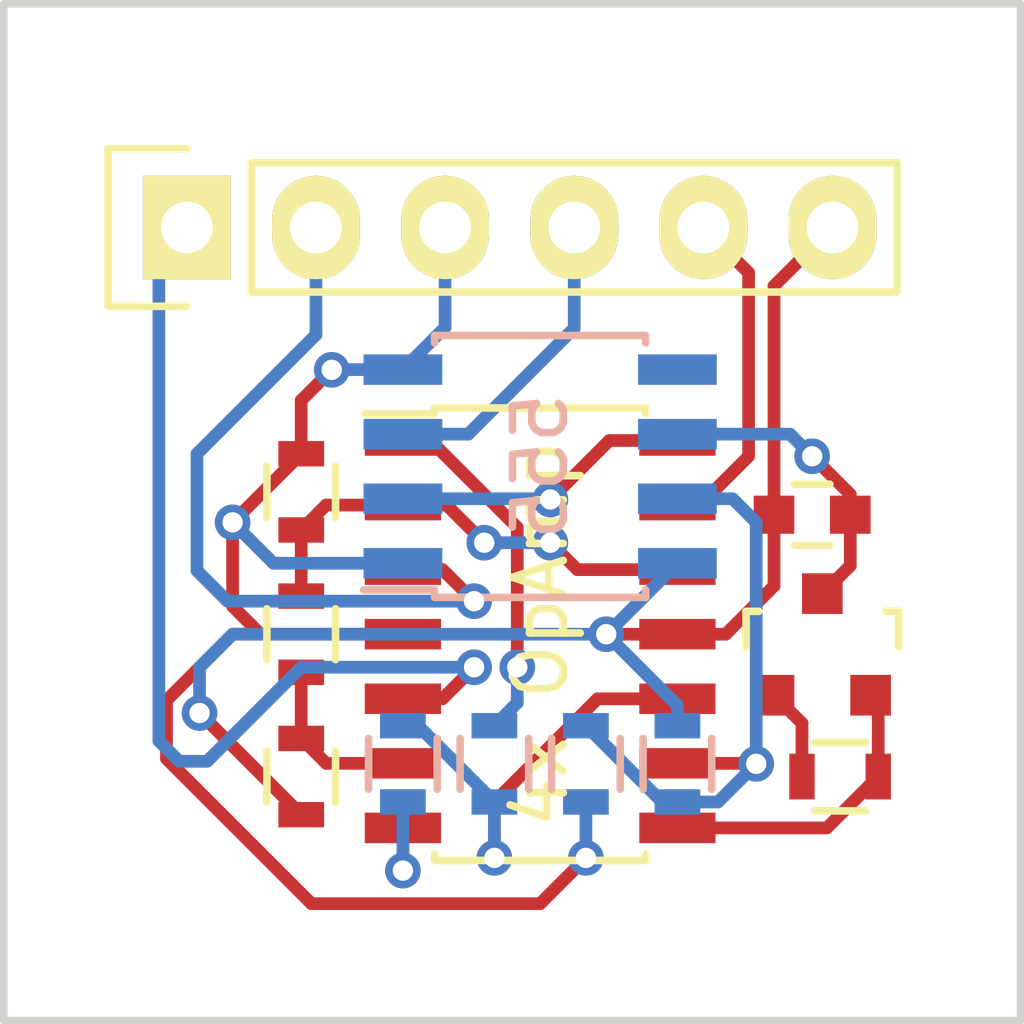
<source format=kicad_pcb>
(kicad_pcb (version 4) (host pcbnew 4.0.1-stable)

  (general
    (links 0)
    (no_connects 0)
    (area 122.719763 62.800713 149.380237 88.425001)
    (thickness 1.6)
    (drawings 4)
    (tracks 124)
    (zones 0)
    (modules 13)
    (nets 1)
  )

  (page A4)
  (layers
    (0 F.Cu signal)
    (31 B.Cu signal)
    (32 B.Adhes user)
    (33 F.Adhes user)
    (34 B.Paste user)
    (35 F.Paste user)
    (36 B.SilkS user)
    (37 F.SilkS user)
    (38 B.Mask user)
    (39 F.Mask user)
    (40 Dwgs.User user)
    (41 Cmts.User user)
    (42 Eco1.User user)
    (43 Eco2.User user)
    (44 Edge.Cuts user)
    (45 Margin user)
    (46 B.CrtYd user)
    (47 F.CrtYd user)
    (48 B.Fab user)
    (49 F.Fab user)
  )

  (setup
    (last_trace_width 0.25)
    (trace_clearance 0.16)
    (zone_clearance 0.508)
    (zone_45_only no)
    (trace_min 0.2)
    (segment_width 0.2)
    (edge_width 0.15)
    (via_size 0.7)
    (via_drill 0.4)
    (via_min_size 0.4)
    (via_min_drill 0.3)
    (uvia_size 0.3)
    (uvia_drill 0.1)
    (uvias_allowed no)
    (uvia_min_size 0.2)
    (uvia_min_drill 0.1)
    (pcb_text_width 0.3)
    (pcb_text_size 1.5 1.5)
    (mod_edge_width 0.15)
    (mod_text_size 1 1)
    (mod_text_width 0.15)
    (pad_size 1.524 1.524)
    (pad_drill 0.762)
    (pad_to_mask_clearance 0.2)
    (aux_axis_origin 0 0)
    (visible_elements 7FFFFF7F)
    (pcbplotparams
      (layerselection 0x00020_00000000)
      (usegerberextensions false)
      (excludeedgelayer true)
      (linewidth 0.100000)
      (plotframeref false)
      (viasonmask false)
      (mode 1)
      (useauxorigin false)
      (hpglpennumber 1)
      (hpglpenspeed 20)
      (hpglpendiameter 15)
      (hpglpenoverlay 2)
      (psnegative false)
      (psa4output false)
      (plotreference true)
      (plotvalue true)
      (plotinvisibletext false)
      (padsonsilk false)
      (subtractmaskfromsilk false)
      (outputformat 1)
      (mirror false)
      (drillshape 0)
      (scaleselection 1)
      (outputdirectory Gerbers/))
  )

  (net 0 "")

  (net_class Default "This is the default net class."
    (clearance 0.16)
    (trace_width 0.25)
    (via_dia 0.7)
    (via_drill 0.4)
    (uvia_dia 0.3)
    (uvia_drill 0.1)
  )

  (module Resistors_SMD:R_0603 (layer B.Cu) (tedit 56C283E0) (tstamp 56C2844E)
    (at 136.95 83.3 270)
    (descr "Resistor SMD 0603, reflow soldering, Vishay (see dcrcw.pdf)")
    (tags "resistor 0603")
    (attr smd)
    (fp_text reference REF** (at 0 1.9 270) (layer B.SilkS) hide
      (effects (font (size 1 1) (thickness 0.15)) (justify mirror))
    )
    (fp_text value R_0603 (at 0 -1.9 270) (layer B.Fab) hide
      (effects (font (size 1 1) (thickness 0.15)) (justify mirror))
    )
    (fp_line (start -1.3 0.8) (end 1.3 0.8) (layer B.CrtYd) (width 0.05))
    (fp_line (start -1.3 -0.8) (end 1.3 -0.8) (layer B.CrtYd) (width 0.05))
    (fp_line (start -1.3 0.8) (end -1.3 -0.8) (layer B.CrtYd) (width 0.05))
    (fp_line (start 1.3 0.8) (end 1.3 -0.8) (layer B.CrtYd) (width 0.05))
    (fp_line (start 0.5 -0.675) (end -0.5 -0.675) (layer B.SilkS) (width 0.15))
    (fp_line (start -0.5 0.675) (end 0.5 0.675) (layer B.SilkS) (width 0.15))
    (pad 1 smd rect (at -0.75 0 270) (size 0.5 0.9) (layers B.Cu B.Paste B.Mask))
    (pad 2 smd rect (at 0.75 0 270) (size 0.5 0.9) (layers B.Cu B.Paste B.Mask))
    (model Resistors_SMD.3dshapes/R_0603.wrl
      (at (xyz 0 0 0))
      (scale (xyz 1 1 1))
      (rotate (xyz 0 0 0))
    )
  )

  (module Resistors_SMD:R_0603 (layer B.Cu) (tedit 56C283E0) (tstamp 56C28459)
    (at 138.75 83.3 270)
    (descr "Resistor SMD 0603, reflow soldering, Vishay (see dcrcw.pdf)")
    (tags "resistor 0603")
    (attr smd)
    (fp_text reference REF** (at 0 1.9 270) (layer B.SilkS) hide
      (effects (font (size 1 1) (thickness 0.15)) (justify mirror))
    )
    (fp_text value R_0603 (at 0 -1.9 270) (layer B.Fab) hide
      (effects (font (size 1 1) (thickness 0.15)) (justify mirror))
    )
    (fp_line (start -1.3 0.8) (end 1.3 0.8) (layer B.CrtYd) (width 0.05))
    (fp_line (start -1.3 -0.8) (end 1.3 -0.8) (layer B.CrtYd) (width 0.05))
    (fp_line (start -1.3 0.8) (end -1.3 -0.8) (layer B.CrtYd) (width 0.05))
    (fp_line (start 1.3 0.8) (end 1.3 -0.8) (layer B.CrtYd) (width 0.05))
    (fp_line (start 0.5 -0.675) (end -0.5 -0.675) (layer B.SilkS) (width 0.15))
    (fp_line (start -0.5 0.675) (end 0.5 0.675) (layer B.SilkS) (width 0.15))
    (pad 1 smd rect (at -0.75 0 270) (size 0.5 0.9) (layers B.Cu B.Paste B.Mask))
    (pad 2 smd rect (at 0.75 0 270) (size 0.5 0.9) (layers B.Cu B.Paste B.Mask))
    (model Resistors_SMD.3dshapes/R_0603.wrl
      (at (xyz 0 0 0))
      (scale (xyz 1 1 1))
      (rotate (xyz 0 0 0))
    )
  )

  (module Resistors_SMD:R_0603 (layer F.Cu) (tedit 56C283E0) (tstamp 56C28443)
    (at 141.95 83.55)
    (descr "Resistor SMD 0603, reflow soldering, Vishay (see dcrcw.pdf)")
    (tags "resistor 0603")
    (attr smd)
    (fp_text reference REF** (at 0 -1.9) (layer F.SilkS) hide
      (effects (font (size 1 1) (thickness 0.15)))
    )
    (fp_text value R_0603 (at 0 1.9) (layer F.Fab) hide
      (effects (font (size 1 1) (thickness 0.15)))
    )
    (fp_line (start -1.3 -0.8) (end 1.3 -0.8) (layer F.CrtYd) (width 0.05))
    (fp_line (start -1.3 0.8) (end 1.3 0.8) (layer F.CrtYd) (width 0.05))
    (fp_line (start -1.3 -0.8) (end -1.3 0.8) (layer F.CrtYd) (width 0.05))
    (fp_line (start 1.3 -0.8) (end 1.3 0.8) (layer F.CrtYd) (width 0.05))
    (fp_line (start 0.5 0.675) (end -0.5 0.675) (layer F.SilkS) (width 0.15))
    (fp_line (start -0.5 -0.675) (end 0.5 -0.675) (layer F.SilkS) (width 0.15))
    (pad 1 smd rect (at -0.75 0) (size 0.5 0.9) (layers F.Cu F.Paste F.Mask))
    (pad 2 smd rect (at 0.75 0) (size 0.5 0.9) (layers F.Cu F.Paste F.Mask))
    (model Resistors_SMD.3dshapes/R_0603.wrl
      (at (xyz 0 0 0))
      (scale (xyz 1 1 1))
      (rotate (xyz 0 0 0))
    )
  )

  (module Resistors_SMD:R_0603 (layer B.Cu) (tedit 56C283E0) (tstamp 56C28438)
    (at 135.15 83.3 270)
    (descr "Resistor SMD 0603, reflow soldering, Vishay (see dcrcw.pdf)")
    (tags "resistor 0603")
    (attr smd)
    (fp_text reference REF** (at 0 1.9 270) (layer B.SilkS) hide
      (effects (font (size 1 1) (thickness 0.15)) (justify mirror))
    )
    (fp_text value R_0603 (at 0 -1.9 270) (layer B.Fab) hide
      (effects (font (size 1 1) (thickness 0.15)) (justify mirror))
    )
    (fp_line (start -1.3 0.8) (end 1.3 0.8) (layer B.CrtYd) (width 0.05))
    (fp_line (start -1.3 -0.8) (end 1.3 -0.8) (layer B.CrtYd) (width 0.05))
    (fp_line (start -1.3 0.8) (end -1.3 -0.8) (layer B.CrtYd) (width 0.05))
    (fp_line (start 1.3 0.8) (end 1.3 -0.8) (layer B.CrtYd) (width 0.05))
    (fp_line (start 0.5 -0.675) (end -0.5 -0.675) (layer B.SilkS) (width 0.15))
    (fp_line (start -0.5 0.675) (end 0.5 0.675) (layer B.SilkS) (width 0.15))
    (pad 1 smd rect (at -0.75 0 270) (size 0.5 0.9) (layers B.Cu B.Paste B.Mask))
    (pad 2 smd rect (at 0.75 0 270) (size 0.5 0.9) (layers B.Cu B.Paste B.Mask))
    (model Resistors_SMD.3dshapes/R_0603.wrl
      (at (xyz 0 0 0))
      (scale (xyz 1 1 1))
      (rotate (xyz 0 0 0))
    )
  )

  (module Resistors_SMD:R_0603 (layer F.Cu) (tedit 56C283E0) (tstamp 56C2842D)
    (at 131.35 83.55 270)
    (descr "Resistor SMD 0603, reflow soldering, Vishay (see dcrcw.pdf)")
    (tags "resistor 0603")
    (attr smd)
    (fp_text reference REF** (at 0 -1.9 270) (layer F.SilkS) hide
      (effects (font (size 1 1) (thickness 0.15)))
    )
    (fp_text value R_0603 (at 0 1.9 270) (layer F.Fab) hide
      (effects (font (size 1 1) (thickness 0.15)))
    )
    (fp_line (start -1.3 -0.8) (end 1.3 -0.8) (layer F.CrtYd) (width 0.05))
    (fp_line (start -1.3 0.8) (end 1.3 0.8) (layer F.CrtYd) (width 0.05))
    (fp_line (start -1.3 -0.8) (end -1.3 0.8) (layer F.CrtYd) (width 0.05))
    (fp_line (start 1.3 -0.8) (end 1.3 0.8) (layer F.CrtYd) (width 0.05))
    (fp_line (start 0.5 0.675) (end -0.5 0.675) (layer F.SilkS) (width 0.15))
    (fp_line (start -0.5 -0.675) (end 0.5 -0.675) (layer F.SilkS) (width 0.15))
    (pad 1 smd rect (at -0.75 0 270) (size 0.5 0.9) (layers F.Cu F.Paste F.Mask))
    (pad 2 smd rect (at 0.75 0 270) (size 0.5 0.9) (layers F.Cu F.Paste F.Mask))
    (model Resistors_SMD.3dshapes/R_0603.wrl
      (at (xyz 0 0 0))
      (scale (xyz 1 1 1))
      (rotate (xyz 0 0 0))
    )
  )

  (module Resistors_SMD:R_0603 (layer F.Cu) (tedit 56C283E0) (tstamp 56C28422)
    (at 131.35 77.95 270)
    (descr "Resistor SMD 0603, reflow soldering, Vishay (see dcrcw.pdf)")
    (tags "resistor 0603")
    (attr smd)
    (fp_text reference REF** (at 0 -1.9 270) (layer F.SilkS) hide
      (effects (font (size 1 1) (thickness 0.15)))
    )
    (fp_text value R_0603 (at 0 1.9 270) (layer F.Fab) hide
      (effects (font (size 1 1) (thickness 0.15)))
    )
    (fp_line (start -1.3 -0.8) (end 1.3 -0.8) (layer F.CrtYd) (width 0.05))
    (fp_line (start -1.3 0.8) (end 1.3 0.8) (layer F.CrtYd) (width 0.05))
    (fp_line (start -1.3 -0.8) (end -1.3 0.8) (layer F.CrtYd) (width 0.05))
    (fp_line (start 1.3 -0.8) (end 1.3 0.8) (layer F.CrtYd) (width 0.05))
    (fp_line (start 0.5 0.675) (end -0.5 0.675) (layer F.SilkS) (width 0.15))
    (fp_line (start -0.5 -0.675) (end 0.5 -0.675) (layer F.SilkS) (width 0.15))
    (pad 1 smd rect (at -0.75 0 270) (size 0.5 0.9) (layers F.Cu F.Paste F.Mask))
    (pad 2 smd rect (at 0.75 0 270) (size 0.5 0.9) (layers F.Cu F.Paste F.Mask))
    (model Resistors_SMD.3dshapes/R_0603.wrl
      (at (xyz 0 0 0))
      (scale (xyz 1 1 1))
      (rotate (xyz 0 0 0))
    )
  )

  (module Resistors_SMD:R_0603 (layer F.Cu) (tedit 56C283E0) (tstamp 56C28417)
    (at 131.35 80.75 270)
    (descr "Resistor SMD 0603, reflow soldering, Vishay (see dcrcw.pdf)")
    (tags "resistor 0603")
    (attr smd)
    (fp_text reference REF** (at 0 -1.9 270) (layer F.SilkS) hide
      (effects (font (size 1 1) (thickness 0.15)))
    )
    (fp_text value R_0603 (at 0 1.9 270) (layer F.Fab) hide
      (effects (font (size 1 1) (thickness 0.15)))
    )
    (fp_line (start -1.3 -0.8) (end 1.3 -0.8) (layer F.CrtYd) (width 0.05))
    (fp_line (start -1.3 0.8) (end 1.3 0.8) (layer F.CrtYd) (width 0.05))
    (fp_line (start -1.3 -0.8) (end -1.3 0.8) (layer F.CrtYd) (width 0.05))
    (fp_line (start 1.3 -0.8) (end 1.3 0.8) (layer F.CrtYd) (width 0.05))
    (fp_line (start 0.5 0.675) (end -0.5 0.675) (layer F.SilkS) (width 0.15))
    (fp_line (start -0.5 -0.675) (end 0.5 -0.675) (layer F.SilkS) (width 0.15))
    (pad 1 smd rect (at -0.75 0 270) (size 0.5 0.9) (layers F.Cu F.Paste F.Mask))
    (pad 2 smd rect (at 0.75 0 270) (size 0.5 0.9) (layers F.Cu F.Paste F.Mask))
    (model Resistors_SMD.3dshapes/R_0603.wrl
      (at (xyz 0 0 0))
      (scale (xyz 1 1 1))
      (rotate (xyz 0 0 0))
    )
  )

  (module Housings_SOIC:SOIC-8_3.9x4.9mm_Pitch1.27mm (layer B.Cu) (tedit 56C28807) (tstamp 56C281F7)
    (at 136.05 77.45)
    (descr "8-Lead Plastic Small Outline (SN) - Narrow, 3.90 mm Body [SOIC] (see Microchip Packaging Specification 00000049BS.pdf)")
    (tags "SOIC 1.27")
    (attr smd)
    (fp_text reference 555 (at 0 0 270) (layer B.SilkS)
      (effects (font (size 1 1) (thickness 0.15)) (justify mirror))
    )
    (fp_text value SOIC-8_3.9x4.9mm_Pitch1.27mm (at 0 -3.5) (layer B.Fab) hide
      (effects (font (size 1 1) (thickness 0.15)) (justify mirror))
    )
    (fp_line (start -3.75 2.75) (end -3.75 -2.75) (layer B.CrtYd) (width 0.05))
    (fp_line (start 3.75 2.75) (end 3.75 -2.75) (layer B.CrtYd) (width 0.05))
    (fp_line (start -3.75 2.75) (end 3.75 2.75) (layer B.CrtYd) (width 0.05))
    (fp_line (start -3.75 -2.75) (end 3.75 -2.75) (layer B.CrtYd) (width 0.05))
    (fp_line (start -2.075 2.575) (end -2.075 2.43) (layer B.SilkS) (width 0.15))
    (fp_line (start 2.075 2.575) (end 2.075 2.43) (layer B.SilkS) (width 0.15))
    (fp_line (start 2.075 -2.575) (end 2.075 -2.43) (layer B.SilkS) (width 0.15))
    (fp_line (start -2.075 -2.575) (end -2.075 -2.43) (layer B.SilkS) (width 0.15))
    (fp_line (start -2.075 2.575) (end 2.075 2.575) (layer B.SilkS) (width 0.15))
    (fp_line (start -2.075 -2.575) (end 2.075 -2.575) (layer B.SilkS) (width 0.15))
    (fp_line (start -2.075 2.43) (end -3.475 2.43) (layer B.SilkS) (width 0.15))
    (pad 1 smd rect (at -2.7 1.905) (size 1.55 0.6) (layers B.Cu B.Paste B.Mask))
    (pad 2 smd rect (at -2.7 0.635) (size 1.55 0.6) (layers B.Cu B.Paste B.Mask))
    (pad 3 smd rect (at -2.7 -0.635) (size 1.55 0.6) (layers B.Cu B.Paste B.Mask))
    (pad 4 smd rect (at -2.7 -1.905) (size 1.55 0.6) (layers B.Cu B.Paste B.Mask))
    (pad 5 smd rect (at 2.7 -1.905) (size 1.55 0.6) (layers B.Cu B.Paste B.Mask))
    (pad 6 smd rect (at 2.7 -0.635) (size 1.55 0.6) (layers B.Cu B.Paste B.Mask))
    (pad 7 smd rect (at 2.7 0.635) (size 1.55 0.6) (layers B.Cu B.Paste B.Mask))
    (pad 8 smd rect (at 2.7 1.905) (size 1.55 0.6) (layers B.Cu B.Paste B.Mask))
    (model Housings_SOIC.3dshapes/SOIC-8_3.9x4.9mm_Pitch1.27mm.wrl
      (at (xyz 0 0 0))
      (scale (xyz 1 1 1))
      (rotate (xyz 0 0 0))
    )
  )

  (module Housings_SOIC:SOIC-14_3.9x8.7mm_Pitch1.27mm (layer F.Cu) (tedit 56C3A8DE) (tstamp 56C2820E)
    (at 136.05 80.75)
    (descr "14-Lead Plastic Small Outline (SL) - Narrow, 3.90 mm Body [SOIC] (see Microchip Packaging Specification 00000049BS.pdf)")
    (tags "SOIC 1.27")
    (attr smd)
    (fp_text reference "4x OpAmp" (at 0 0 90) (layer F.SilkS)
      (effects (font (size 1 1) (thickness 0.15)))
    )
    (fp_text value SOIC-14_3.9x8.7mm_Pitch1.27mm (at 0 5.375) (layer F.Fab) hide
      (effects (font (size 1 1) (thickness 0.15)))
    )
    (fp_line (start -3.7 -4.65) (end -3.7 4.65) (layer F.CrtYd) (width 0.05))
    (fp_line (start 3.7 -4.65) (end 3.7 4.65) (layer F.CrtYd) (width 0.05))
    (fp_line (start -3.7 -4.65) (end 3.7 -4.65) (layer F.CrtYd) (width 0.05))
    (fp_line (start -3.7 4.65) (end 3.7 4.65) (layer F.CrtYd) (width 0.05))
    (fp_line (start -2.075 -4.45) (end -2.075 -4.335) (layer F.SilkS) (width 0.15))
    (fp_line (start 2.075 -4.45) (end 2.075 -4.335) (layer F.SilkS) (width 0.15))
    (fp_line (start 2.075 4.45) (end 2.075 4.335) (layer F.SilkS) (width 0.15))
    (fp_line (start -2.075 4.45) (end -2.075 4.335) (layer F.SilkS) (width 0.15))
    (fp_line (start -2.075 -4.45) (end 2.075 -4.45) (layer F.SilkS) (width 0.15))
    (fp_line (start -2.075 4.45) (end 2.075 4.45) (layer F.SilkS) (width 0.15))
    (fp_line (start -2.075 -4.335) (end -3.45 -4.335) (layer F.SilkS) (width 0.15))
    (pad 1 smd rect (at -2.7 -3.81) (size 1.5 0.6) (layers F.Cu F.Paste F.Mask))
    (pad 2 smd rect (at -2.7 -2.54) (size 1.5 0.6) (layers F.Cu F.Paste F.Mask))
    (pad 3 smd rect (at -2.7 -1.27) (size 1.5 0.6) (layers F.Cu F.Paste F.Mask))
    (pad 4 smd rect (at -2.7 0) (size 1.5 0.6) (layers F.Cu F.Paste F.Mask))
    (pad 5 smd rect (at -2.7 1.27) (size 1.5 0.6) (layers F.Cu F.Paste F.Mask))
    (pad 6 smd rect (at -2.7 2.54) (size 1.5 0.6) (layers F.Cu F.Paste F.Mask))
    (pad 7 smd rect (at -2.7 3.81) (size 1.5 0.6) (layers F.Cu F.Paste F.Mask))
    (pad 8 smd rect (at 2.7 3.81) (size 1.5 0.6) (layers F.Cu F.Paste F.Mask))
    (pad 9 smd rect (at 2.7 2.54) (size 1.5 0.6) (layers F.Cu F.Paste F.Mask))
    (pad 10 smd rect (at 2.7 1.27) (size 1.5 0.6) (layers F.Cu F.Paste F.Mask))
    (pad 11 smd rect (at 2.7 0) (size 1.5 0.6) (layers F.Cu F.Paste F.Mask))
    (pad 12 smd rect (at 2.7 -1.27) (size 1.5 0.6) (layers F.Cu F.Paste F.Mask))
    (pad 13 smd rect (at 2.7 -2.54) (size 1.5 0.6) (layers F.Cu F.Paste F.Mask))
    (pad 14 smd rect (at 2.7 -3.81) (size 1.5 0.6) (layers F.Cu F.Paste F.Mask))
    (model Housings_SOIC.3dshapes/SOIC-14_3.9x8.7mm_Pitch1.27mm.wrl
      (at (xyz 0 0 0))
      (scale (xyz 1 1 1))
      (rotate (xyz 0 0 0))
    )
  )

  (module Resistors_SMD:R_0603 (layer B.Cu) (tedit 56C283E0) (tstamp 56C284AF)
    (at 133.35 83.3 270)
    (descr "Resistor SMD 0603, reflow soldering, Vishay (see dcrcw.pdf)")
    (tags "resistor 0603")
    (attr smd)
    (fp_text reference REF** (at 0 1.9 270) (layer B.SilkS) hide
      (effects (font (size 1 1) (thickness 0.15)) (justify mirror))
    )
    (fp_text value R_0603 (at 0 -1.9 270) (layer B.Fab) hide
      (effects (font (size 1 1) (thickness 0.15)) (justify mirror))
    )
    (fp_line (start -1.3 0.8) (end 1.3 0.8) (layer B.CrtYd) (width 0.05))
    (fp_line (start -1.3 -0.8) (end 1.3 -0.8) (layer B.CrtYd) (width 0.05))
    (fp_line (start -1.3 0.8) (end -1.3 -0.8) (layer B.CrtYd) (width 0.05))
    (fp_line (start 1.3 0.8) (end 1.3 -0.8) (layer B.CrtYd) (width 0.05))
    (fp_line (start 0.5 -0.675) (end -0.5 -0.675) (layer B.SilkS) (width 0.15))
    (fp_line (start -0.5 0.675) (end 0.5 0.675) (layer B.SilkS) (width 0.15))
    (pad 1 smd rect (at -0.75 0 270) (size 0.5 0.9) (layers B.Cu B.Paste B.Mask))
    (pad 2 smd rect (at 0.75 0 270) (size 0.5 0.9) (layers B.Cu B.Paste B.Mask))
    (model Resistors_SMD.3dshapes/R_0603.wrl
      (at (xyz 0 0 0))
      (scale (xyz 1 1 1))
      (rotate (xyz 0 0 0))
    )
  )

  (module TO_SOT_Packages_SMD:SOT-23 (layer F.Cu) (tedit 56C3A909) (tstamp 56C9B702)
    (at 141.6 80.95)
    (descr "SOT-23, Standard")
    (tags SOT-23)
    (attr smd)
    (fp_text reference REF** (at 0 -2.25) (layer F.SilkS) hide
      (effects (font (size 1 1) (thickness 0.15)))
    )
    (fp_text value SOT-23 (at 0 2.3) (layer F.Fab) hide
      (effects (font (size 1 1) (thickness 0.15)))
    )
    (fp_line (start -1.65 -1.6) (end 1.65 -1.6) (layer F.CrtYd) (width 0.05))
    (fp_line (start 1.65 -1.6) (end 1.65 1.6) (layer F.CrtYd) (width 0.05))
    (fp_line (start 1.65 1.6) (end -1.65 1.6) (layer F.CrtYd) (width 0.05))
    (fp_line (start -1.65 1.6) (end -1.65 -1.6) (layer F.CrtYd) (width 0.05))
    (fp_line (start 1.29916 -0.65024) (end 1.2509 -0.65024) (layer F.SilkS) (width 0.15))
    (fp_line (start -1.49982 0.0508) (end -1.49982 -0.65024) (layer F.SilkS) (width 0.15))
    (fp_line (start -1.49982 -0.65024) (end -1.2509 -0.65024) (layer F.SilkS) (width 0.15))
    (fp_line (start 1.29916 -0.65024) (end 1.49982 -0.65024) (layer F.SilkS) (width 0.15))
    (fp_line (start 1.49982 -0.65024) (end 1.49982 0.0508) (layer F.SilkS) (width 0.15))
    (pad 1 smd rect (at -0.95 1.00076) (size 0.8001 0.8001) (layers F.Cu F.Paste F.Mask))
    (pad 2 smd rect (at 0.95 1.00076) (size 0.8001 0.8001) (layers F.Cu F.Paste F.Mask))
    (pad 3 smd rect (at 0 -0.99822) (size 0.8001 0.8001) (layers F.Cu F.Paste F.Mask))
    (model TO_SOT_Packages_SMD.3dshapes/SOT-23.wrl
      (at (xyz 0 0 0))
      (scale (xyz 1 1 1))
      (rotate (xyz 0 0 0))
    )
  )

  (module Capacitors_SMD:C_0603 (layer F.Cu) (tedit 56C3A8F7) (tstamp 56CF0BF4)
    (at 141.4 78.4)
    (descr "Capacitor SMD 0603, reflow soldering, AVX (see smccp.pdf)")
    (tags "capacitor 0603")
    (attr smd)
    (fp_text reference REF** (at 0 -1.9) (layer F.SilkS) hide
      (effects (font (size 1 1) (thickness 0.15)))
    )
    (fp_text value C_0603 (at 0 1.9) (layer F.Fab) hide
      (effects (font (size 1 1) (thickness 0.15)))
    )
    (fp_line (start -1.45 -0.75) (end 1.45 -0.75) (layer F.CrtYd) (width 0.05))
    (fp_line (start -1.45 0.75) (end 1.45 0.75) (layer F.CrtYd) (width 0.05))
    (fp_line (start -1.45 -0.75) (end -1.45 0.75) (layer F.CrtYd) (width 0.05))
    (fp_line (start 1.45 -0.75) (end 1.45 0.75) (layer F.CrtYd) (width 0.05))
    (fp_line (start -0.35 -0.6) (end 0.35 -0.6) (layer F.SilkS) (width 0.15))
    (fp_line (start 0.35 0.6) (end -0.35 0.6) (layer F.SilkS) (width 0.15))
    (pad 1 smd rect (at -0.75 0) (size 0.8 0.75) (layers F.Cu F.Paste F.Mask))
    (pad 2 smd rect (at 0.75 0) (size 0.8 0.75) (layers F.Cu F.Paste F.Mask))
    (model Capacitors_SMD.3dshapes/C_0603.wrl
      (at (xyz 0 0 0))
      (scale (xyz 1 1 1))
      (rotate (xyz 0 0 0))
    )
  )

  (module Pin_Headers:Pin_Header_Straight_1x06 (layer F.Cu) (tedit 56C3A900) (tstamp 56C49BDA)
    (at 129.1 72.75 90)
    (descr "Through hole pin header")
    (tags "pin header")
    (fp_text reference REF** (at 0 -5.1 90) (layer F.SilkS) hide
      (effects (font (size 1 1) (thickness 0.15)))
    )
    (fp_text value Pin_Header_Straight_1x06 (at 0 -3.1 90) (layer F.Fab) hide
      (effects (font (size 1 1) (thickness 0.15)))
    )
    (fp_line (start -1.75 -1.75) (end -1.75 14.45) (layer F.CrtYd) (width 0.05))
    (fp_line (start 1.75 -1.75) (end 1.75 14.45) (layer F.CrtYd) (width 0.05))
    (fp_line (start -1.75 -1.75) (end 1.75 -1.75) (layer F.CrtYd) (width 0.05))
    (fp_line (start -1.75 14.45) (end 1.75 14.45) (layer F.CrtYd) (width 0.05))
    (fp_line (start 1.27 1.27) (end 1.27 13.97) (layer F.SilkS) (width 0.15))
    (fp_line (start 1.27 13.97) (end -1.27 13.97) (layer F.SilkS) (width 0.15))
    (fp_line (start -1.27 13.97) (end -1.27 1.27) (layer F.SilkS) (width 0.15))
    (fp_line (start 1.55 -1.55) (end 1.55 0) (layer F.SilkS) (width 0.15))
    (fp_line (start 1.27 1.27) (end -1.27 1.27) (layer F.SilkS) (width 0.15))
    (fp_line (start -1.55 0) (end -1.55 -1.55) (layer F.SilkS) (width 0.15))
    (fp_line (start -1.55 -1.55) (end 1.55 -1.55) (layer F.SilkS) (width 0.15))
    (pad 1 thru_hole rect (at 0 0 90) (size 2.032 1.7272) (drill 1.016) (layers *.Cu *.Mask F.SilkS))
    (pad 2 thru_hole oval (at 0 2.54 90) (size 2.032 1.7272) (drill 1.016) (layers *.Cu *.Mask F.SilkS))
    (pad 3 thru_hole oval (at 0 5.08 90) (size 2.032 1.7272) (drill 1.016) (layers *.Cu *.Mask F.SilkS))
    (pad 4 thru_hole oval (at 0 7.62 90) (size 2.032 1.7272) (drill 1.016) (layers *.Cu *.Mask F.SilkS))
    (pad 5 thru_hole oval (at 0 10.16 90) (size 2.032 1.7272) (drill 1.016) (layers *.Cu *.Mask F.SilkS))
    (pad 6 thru_hole oval (at 0 12.7 90) (size 2.032 1.7272) (drill 1.016) (layers *.Cu *.Mask F.SilkS))
    (model Pin_Headers.3dshapes/Pin_Header_Straight_1x06.wrl
      (at (xyz 0 -0.25 0))
      (scale (xyz 1 1 1))
      (rotate (xyz 0 0 90))
    )
  )

  (gr_line (start 125.5 88.35) (end 125.5 68.35) (angle 90) (layer Edge.Cuts) (width 0.15))
  (gr_line (start 145.5 88.35) (end 125.5 88.35) (angle 90) (layer Edge.Cuts) (width 0.15))
  (gr_line (start 145.5 68.35) (end 145.5 88.35) (angle 90) (layer Edge.Cuts) (width 0.15))
  (gr_line (start 125.5 68.35) (end 145.5 68.35) (angle 90) (layer Edge.Cuts) (width 0.15))

  (segment (start 138.75 78.21) (end 139.19 78.21) (width 0.25) (layer F.Cu) (net 0))
  (segment (start 139.19 78.21) (end 140.15 77.25) (width 0.25) (layer F.Cu) (net 0) (tstamp 56C49C84))
  (segment (start 140.15 77.25) (end 140.15 73.64) (width 0.25) (layer F.Cu) (net 0) (tstamp 56C49C85))
  (segment (start 140.15 73.64) (end 139.26 72.75) (width 0.25) (layer F.Cu) (net 0) (tstamp 56C49C86))
  (segment (start 140.65 78.4) (end 140.65 73.9) (width 0.25) (layer F.Cu) (net 0))
  (segment (start 140.65 73.9) (end 141.8 72.75) (width 0.25) (layer F.Cu) (net 0) (tstamp 56C49C80))
  (segment (start 133.35 78.085) (end 136.235 78.085) (width 0.25) (layer B.Cu) (net 0))
  (segment (start 137.41 76.94) (end 138.75 76.94) (width 0.25) (layer F.Cu) (net 0) (tstamp 56C49C7C))
  (segment (start 136.25 78.1) (end 137.41 76.94) (width 0.25) (layer F.Cu) (net 0) (tstamp 56C49C7B))
  (via (at 136.25 78.1) (size 0.7) (drill 0.4) (layers F.Cu B.Cu) (net 0))
  (segment (start 136.235 78.085) (end 136.25 78.1) (width 0.25) (layer B.Cu) (net 0) (tstamp 56C49C79))
  (segment (start 131.35 81.4) (end 129.5 83.25) (width 0.25) (layer B.Cu) (net 0))
  (segment (start 128.55 82.85) (end 128.55 73.3) (width 0.25) (layer B.Cu) (net 0) (tstamp 56C49C63))
  (segment (start 128.95 83.25) (end 128.55 82.85) (width 0.25) (layer B.Cu) (net 0) (tstamp 56C49C62))
  (segment (start 129.5 83.25) (end 128.95 83.25) (width 0.25) (layer B.Cu) (net 0) (tstamp 56C49C61))
  (segment (start 128.55 73.3) (end 129.1 72.75) (width 0.25) (layer B.Cu) (net 0) (tstamp 56C49C64))
  (segment (start 129.95 80.1) (end 129.9 80.1) (width 0.25) (layer B.Cu) (net 0))
  (segment (start 129.9 80.1) (end 129.3 79.5) (width 0.25) (layer B.Cu) (net 0) (tstamp 56C49C55))
  (segment (start 131.64 72.75) (end 131.64 74.86) (width 0.25) (layer B.Cu) (net 0))
  (segment (start 131.64 74.86) (end 129.3 77.2) (width 0.25) (layer B.Cu) (net 0) (tstamp 56C49C4D))
  (segment (start 129.3 77.2) (end 129.3 79.5) (width 0.25) (layer B.Cu) (net 0) (tstamp 56C49C4F))
  (segment (start 134.13 79.48) (end 134.75 80.1) (width 0.25) (layer F.Cu) (net 0) (tstamp 56C286F3))
  (via (at 134.75 80.1) (size 0.7) (drill 0.4) (layers F.Cu B.Cu) (net 0))
  (segment (start 134.75 80.1) (end 129.95 80.1) (width 0.25) (layer B.Cu) (net 0) (tstamp 56C28706))
  (segment (start 134.13 79.48) (end 133.35 79.48) (width 0.25) (layer F.Cu) (net 0))
  (segment (start 133.35 76.815) (end 134.635 76.815) (width 0.25) (layer B.Cu) (net 0))
  (segment (start 136.72 74.73) (end 136.72 72.75) (width 0.25) (layer B.Cu) (net 0) (tstamp 56C49C26))
  (segment (start 134.635 76.815) (end 136.72 74.73) (width 0.25) (layer B.Cu) (net 0) (tstamp 56C49C24))
  (segment (start 134.18 72.75) (end 134.18 74.715) (width 0.25) (layer B.Cu) (net 0))
  (segment (start 134.18 74.715) (end 133.35 75.545) (width 0.25) (layer B.Cu) (net 0) (tstamp 56C49C1C))
  (segment (start 142.15 78.4) (end 142.15 78) (width 0.25) (layer F.Cu) (net 0))
  (segment (start 140.965 76.815) (end 138.75 76.815) (width 0.25) (layer B.Cu) (net 0) (tstamp 56CF0F0A))
  (segment (start 141.4 77.25) (end 140.965 76.815) (width 0.25) (layer B.Cu) (net 0) (tstamp 56CF0F09))
  (via (at 141.4 77.25) (size 0.7) (drill 0.4) (layers F.Cu B.Cu) (net 0))
  (segment (start 142.15 78) (end 141.4 77.25) (width 0.25) (layer F.Cu) (net 0) (tstamp 56CF0F07))
  (segment (start 142.15 78.4) (end 142.15 79.40178) (width 0.25) (layer F.Cu) (net 0))
  (segment (start 142.15 79.40178) (end 141.6 79.95178) (width 0.25) (layer F.Cu) (net 0) (tstamp 56CF0F03))
  (segment (start 138.75 80.75) (end 139.7 80.75) (width 0.25) (layer F.Cu) (net 0))
  (segment (start 140.65 79.8) (end 140.65 78.4) (width 0.25) (layer F.Cu) (net 0) (tstamp 56CF0EFF))
  (segment (start 139.7 80.75) (end 140.65 79.8) (width 0.25) (layer F.Cu) (net 0) (tstamp 56CF0EFE))
  (segment (start 138.75 79.48) (end 136.78 79.48) (width 0.25) (layer F.Cu) (net 0))
  (segment (start 134.21 78.21) (end 134.95 78.95) (width 0.25) (layer F.Cu) (net 0) (tstamp 56CB82A0))
  (via (at 134.95 78.95) (size 0.7) (drill 0.4) (layers F.Cu B.Cu) (net 0))
  (segment (start 134.95 78.95) (end 136.25 78.95) (width 0.25) (layer B.Cu) (net 0) (tstamp 56CB82A2))
  (via (at 136.25 78.95) (size 0.7) (drill 0.4) (layers F.Cu B.Cu) (net 0))
  (segment (start 134.21 78.21) (end 133.35 78.21) (width 0.25) (layer F.Cu) (net 0))
  (segment (start 136.78 79.48) (end 136.25 78.95) (width 0.25) (layer F.Cu) (net 0) (tstamp 56CB82A7))
  (segment (start 133.89 76.94) (end 135.6 78.65) (width 0.25) (layer F.Cu) (net 0) (tstamp 56C28FC8))
  (segment (start 135.6 82.1) (end 135.15 82.55) (width 0.25) (layer B.Cu) (net 0) (tstamp 56C28FE2))
  (segment (start 135.6 82.05) (end 135.6 82.1) (width 0.25) (layer B.Cu) (net 0) (tstamp 56C28FDE))
  (segment (start 135.6 82) (end 135.6 82.05) (width 0.25) (layer B.Cu) (net 0) (tstamp 56C28FD7))
  (segment (start 135.6 81.4) (end 135.6 82) (width 0.25) (layer B.Cu) (net 0) (tstamp 56C28FD6))
  (via (at 135.6 81.4) (size 0.7) (drill 0.4) (layers F.Cu B.Cu) (net 0))
  (segment (start 135.6 78.65) (end 135.6 81.4) (width 0.25) (layer F.Cu) (net 0) (tstamp 56C28FCF))
  (segment (start 133.35 76.94) (end 133.89 76.94) (width 0.25) (layer F.Cu) (net 0))
  (segment (start 131.35 77.2) (end 131.35 76.15) (width 0.25) (layer F.Cu) (net 0))
  (segment (start 131.955 75.545) (end 133.35 75.545) (width 0.25) (layer B.Cu) (net 0) (tstamp 56C9B88E))
  (segment (start 131.95 75.55) (end 131.955 75.545) (width 0.25) (layer B.Cu) (net 0) (tstamp 56C9B88D))
  (via (at 131.95 75.55) (size 0.7) (drill 0.4) (layers F.Cu B.Cu) (net 0))
  (segment (start 131.35 76.15) (end 131.95 75.55) (width 0.25) (layer F.Cu) (net 0) (tstamp 56C9B88B))
  (segment (start 141.2 83.55) (end 141.2 82.50076) (width 0.25) (layer F.Cu) (net 0))
  (segment (start 141.2 82.50076) (end 140.65 81.95076) (width 0.25) (layer F.Cu) (net 0) (tstamp 56C9B882))
  (segment (start 142.7 83.55) (end 142.7 82.10076) (width 0.25) (layer F.Cu) (net 0))
  (segment (start 142.7 82.10076) (end 142.55 81.95076) (width 0.25) (layer F.Cu) (net 0) (tstamp 56C9B87F))
  (segment (start 138.75 84.56) (end 141.69 84.56) (width 0.25) (layer F.Cu) (net 0))
  (segment (start 141.69 84.56) (end 142.7 83.55) (width 0.25) (layer F.Cu) (net 0) (tstamp 56C9B87B))
  (segment (start 138.75 78.085) (end 139.835 78.085) (width 0.25) (layer B.Cu) (net 0))
  (segment (start 140.3 78.55) (end 140.3 83.3) (width 0.25) (layer B.Cu) (net 0) (tstamp 56C29479))
  (segment (start 139.835 78.085) (end 140.3 78.55) (width 0.25) (layer B.Cu) (net 0) (tstamp 56C29475))
  (segment (start 133.35 82.02) (end 134.13 82.02) (width 0.25) (layer F.Cu) (net 0))
  (segment (start 134.75 81.4) (end 131.35 81.4) (width 0.25) (layer B.Cu) (net 0) (tstamp 56C293BE))
  (via (at 134.75 81.4) (size 0.7) (drill 0.4) (layers F.Cu B.Cu) (net 0))
  (segment (start 134.13 82.02) (end 134.75 81.4) (width 0.25) (layer F.Cu) (net 0) (tstamp 56C293B9))
  (segment (start 130.55 80.75) (end 130 80.75) (width 0.25) (layer F.Cu) (net 0))
  (segment (start 130 80.75) (end 129.35 81.4) (width 0.25) (layer F.Cu) (net 0) (tstamp 56C29398))
  (segment (start 129.35 81.4) (end 128.7 82.05) (width 0.25) (layer F.Cu) (net 0) (tstamp 56C2916A))
  (segment (start 136.95 85.15) (end 136.95 84.05) (width 0.25) (layer B.Cu) (net 0) (tstamp 56C291AC))
  (via (at 136.95 85.15) (size 0.7) (drill 0.4) (layers F.Cu B.Cu) (net 0))
  (segment (start 136.05 86.05) (end 136.95 85.15) (width 0.25) (layer F.Cu) (net 0) (tstamp 56C29189))
  (segment (start 131.55 86.05) (end 136.05 86.05) (width 0.25) (layer F.Cu) (net 0) (tstamp 56C29187))
  (segment (start 128.7 83.2) (end 131.55 86.05) (width 0.25) (layer F.Cu) (net 0) (tstamp 56C2917E))
  (segment (start 128.7 82.05) (end 128.7 83.2) (width 0.25) (layer F.Cu) (net 0) (tstamp 56C2917A))
  (via (at 130 78.55) (size 0.7) (drill 0.4) (layers F.Cu B.Cu) (net 0))
  (segment (start 133.35 79.355) (end 130.805 79.355) (width 0.25) (layer B.Cu) (net 0) (tstamp 56C2924A))
  (segment (start 130.805 79.355) (end 130 78.55) (width 0.25) (layer B.Cu) (net 0) (tstamp 56C29249))
  (segment (start 133.35 80.75) (end 130.55 80.75) (width 0.25) (layer F.Cu) (net 0))
  (segment (start 130 78.55) (end 131.35 77.2) (width 0.25) (layer F.Cu) (net 0) (tstamp 56C2923E))
  (segment (start 130 80.2) (end 130 78.55) (width 0.25) (layer F.Cu) (net 0) (tstamp 56C2923B))
  (segment (start 130.55 80.75) (end 130 80.2) (width 0.25) (layer F.Cu) (net 0) (tstamp 56C29230))
  (segment (start 137.35 80.75) (end 137.355 80.75) (width 0.25) (layer B.Cu) (net 0))
  (segment (start 137.355 80.75) (end 138.75 79.355) (width 0.25) (layer B.Cu) (net 0) (tstamp 56C291DD))
  (segment (start 138.75 84.05) (end 139.55 84.05) (width 0.25) (layer B.Cu) (net 0))
  (segment (start 140.29 83.29) (end 138.75 83.29) (width 0.25) (layer F.Cu) (net 0) (tstamp 56C29149))
  (segment (start 140.3 83.3) (end 140.29 83.29) (width 0.25) (layer F.Cu) (net 0) (tstamp 56C29148))
  (via (at 140.3 83.3) (size 0.7) (drill 0.4) (layers F.Cu B.Cu) (net 0))
  (segment (start 139.55 84.05) (end 140.3 83.3) (width 0.25) (layer B.Cu) (net 0) (tstamp 56C29142))
  (segment (start 135.15 84.05) (end 135.15 85.15) (width 0.25) (layer B.Cu) (net 0))
  (segment (start 137.18 82.02) (end 138.75 82.02) (width 0.25) (layer F.Cu) (net 0) (tstamp 56C2911F))
  (segment (start 135.15 84.05) (end 137.18 82.02) (width 0.25) (layer F.Cu) (net 0) (tstamp 56C29117))
  (segment (start 135.15 85.15) (end 135.15 84.05) (width 0.25) (layer F.Cu) (net 0) (tstamp 56C29116))
  (via (at 135.15 85.15) (size 0.7) (drill 0.4) (layers F.Cu B.Cu) (net 0))
  (segment (start 138.75 84.05) (end 138.45 84.05) (width 0.25) (layer B.Cu) (net 0))
  (segment (start 138.45 84.05) (end 136.95 82.55) (width 0.25) (layer B.Cu) (net 0) (tstamp 56C290C5))
  (segment (start 133.35 82.55) (end 133.65 82.55) (width 0.25) (layer B.Cu) (net 0))
  (segment (start 133.65 82.55) (end 135.15 84.05) (width 0.25) (layer B.Cu) (net 0) (tstamp 56C28F6E))
  (segment (start 133.35 84.56) (end 133.35 85.4) (width 0.25) (layer F.Cu) (net 0))
  (segment (start 133.35 85.4) (end 133.35 84.05) (width 0.25) (layer B.Cu) (net 0) (tstamp 56C28F68))
  (via (at 133.35 85.4) (size 0.7) (drill 0.4) (layers F.Cu B.Cu) (net 0))
  (segment (start 138.75 82.55) (end 138.75 82.15) (width 0.25) (layer B.Cu) (net 0))
  (segment (start 138.75 82.15) (end 137.35 80.75) (width 0.25) (layer B.Cu) (net 0) (tstamp 56C28E91))
  (segment (start 130.05 80.75) (end 130 80.75) (width 0.25) (layer B.Cu) (net 0))
  (via (at 137.35 80.75) (size 0.7) (drill 0.4) (layers F.Cu B.Cu) (net 0))
  (segment (start 137.35 80.75) (end 130.05 80.75) (width 0.25) (layer B.Cu) (net 0) (tstamp 56C2874E))
  (segment (start 138.75 80.75) (end 137.35 80.75) (width 0.25) (layer F.Cu) (net 0))
  (segment (start 129.35 82.3) (end 131.35 84.3) (width 0.25) (layer F.Cu) (net 0) (tstamp 56C28ABE))
  (via (at 129.35 82.3) (size 0.7) (drill 0.4) (layers F.Cu B.Cu) (net 0))
  (segment (start 129.35 81.4) (end 129.35 82.3) (width 0.25) (layer B.Cu) (net 0) (tstamp 56C28A96))
  (segment (start 130 80.75) (end 129.35 81.4) (width 0.25) (layer B.Cu) (net 0) (tstamp 56C28A91))
  (segment (start 133.35 78.21) (end 131.84 78.21) (width 0.25) (layer F.Cu) (net 0))
  (segment (start 131.84 78.21) (end 131.35 78.7) (width 0.25) (layer F.Cu) (net 0) (tstamp 56C286C8))
  (segment (start 133.35 83.29) (end 131.84 83.29) (width 0.25) (layer F.Cu) (net 0))
  (segment (start 131.84 83.29) (end 131.35 82.8) (width 0.25) (layer F.Cu) (net 0) (tstamp 56C286C5))
  (segment (start 131.35 82.8) (end 131.35 81.5) (width 0.25) (layer F.Cu) (net 0))
  (segment (start 131.35 80) (end 131.35 78.7) (width 0.25) (layer F.Cu) (net 0))

)

</source>
